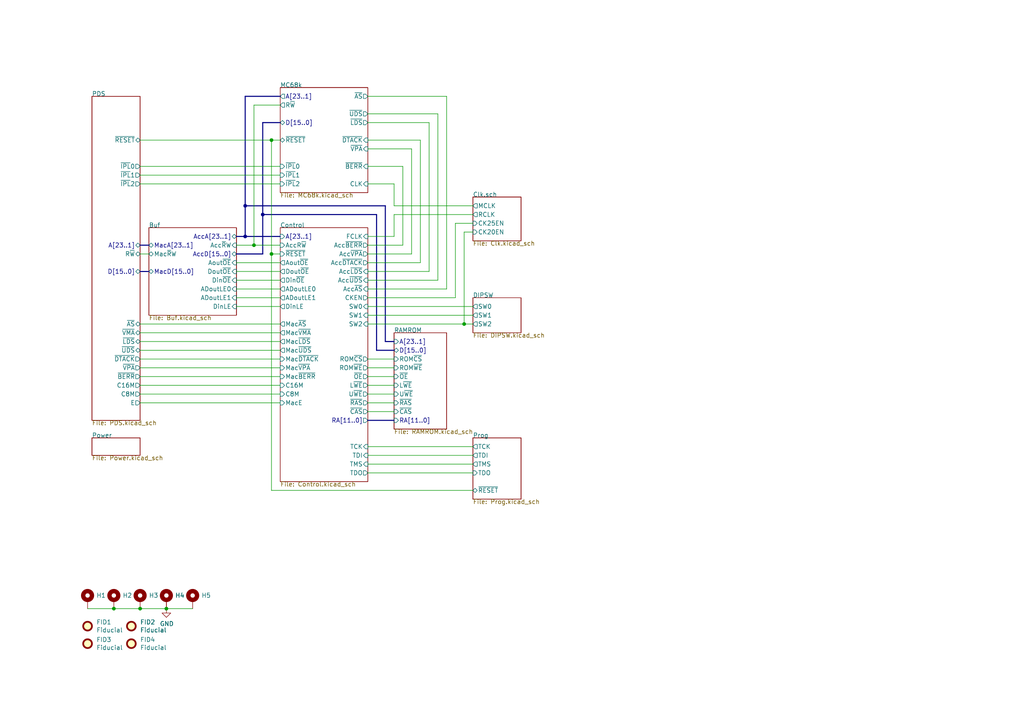
<source format=kicad_sch>
(kicad_sch (version 20211123) (generator eeschema)
  (paper "A4")
  (lib_symbols
    (symbol "Mechanical:Fiducial"
      (property "Reference" "FID" (at 0 5.08 0))
      (property "Value" "Fiducial" (at 0 3.175 0))
      (symbol "Fiducial_0_1"
        (circle (center 0 0) (radius 1.27) (stroke (width 0.508)) (fill (type background)))
      )
    )
    (symbol "Mechanical:MountingHole_Pad" (pin_numbers hide) (pin_names (offset 1.016) hide)
      (property "Reference" "H" (at 0 6.35 0))
      (property "Value" "MountingHole_Pad" (at 0 4.445 0))
      (symbol "MountingHole_Pad_0_1"
        (circle (center 0 1.27) (radius 1.27) (stroke (width 1.27)))
      )
      (symbol "MountingHole_Pad_1_1"
        (pin input line (at 0 -2.54 90) (length 2.54) (name "1") (number "1"))
      )
    )
    (symbol "power:GND" (power) (pin_names (offset 0))
      (property "Value" "GND" (at 0 -3.81 0))
      (symbol "GND_0_1"
        (polyline (pts (xy 0 0) (xy 0 -1.27) (xy 1.27 -1.27) (xy 0 -2.54) (xy -1.27 -1.27) (xy 0 -1.27)))
      )
      (symbol "GND_1_1"
        (pin power_in line (at 0 0 270) (length 0) hide (name "GND") (number "1"))
      )
    )
  )
  (junction (at 73.66 71.12))
  (junction (at 78.74 73.66))
  (junction (at 33.02 176.53))
  (junction (at 71.12 59.69))
  (junction (at 71.12 68.58))
  (junction (at 40.64 176.53))
  (junction (at 76.2 62.23))
  (junction (at 48.26 176.53))
  (junction (at 78.74 40.64))
  (junction (at 134.62 93.98))
  (bus (pts (xy 71.12 27.94) (xy 71.12 59.69)))
  (wire (pts (xy 68.58 83.82) (xy 81.28 83.82)))
  (wire (pts (xy 129.54 27.94) (xy 129.54 83.82)))
  (bus (pts (xy 109.22 62.23) (xy 76.2 62.23)))
  (wire (pts (xy 106.68 132.08) (xy 137.16 132.08)))
  (bus (pts (xy 71.12 59.69) (xy 71.12 68.58)))
  (wire (pts (xy 106.68 27.94) (xy 129.54 27.94)))
  (wire (pts (xy 106.68 73.66) (xy 119.38 73.66)))
  (bus (pts (xy 109.22 62.23) (xy 109.22 101.6)))
  (wire (pts (xy 78.74 40.64) (xy 81.28 40.64)))
  (wire (pts (xy 106.68 35.56) (xy 124.46 35.56)))
  (wire (pts (xy 73.66 30.48) (xy 81.28 30.48)))
  (wire (pts (xy 68.58 78.74) (xy 81.28 78.74)))
  (wire (pts (xy 48.26 176.53) (xy 40.64 176.53)))
  (wire (pts (xy 127 81.28) (xy 106.68 81.28)))
  (wire (pts (xy 106.68 106.68) (xy 114.3 106.68)))
  (wire (pts (xy 78.74 73.66) (xy 81.28 73.66)))
  (wire (pts (xy 40.64 50.8) (xy 81.28 50.8)))
  (wire (pts (xy 40.64 96.52) (xy 81.28 96.52)))
  (wire (pts (xy 40.64 114.3) (xy 81.28 114.3)))
  (wire (pts (xy 124.46 35.56) (xy 124.46 78.74)))
  (bus (pts (xy 111.76 59.69) (xy 111.76 99.06)))
  (wire (pts (xy 106.68 134.62) (xy 137.16 134.62)))
  (bus (pts (xy 40.64 78.74) (xy 43.18 78.74)))
  (wire (pts (xy 137.16 67.31) (xy 134.62 67.31)))
  (wire (pts (xy 40.64 106.68) (xy 81.28 106.68)))
  (wire (pts (xy 106.68 33.02) (xy 127 33.02)))
  (bus (pts (xy 81.28 35.56) (xy 76.2 35.56)))
  (bus (pts (xy 114.3 101.6) (xy 109.22 101.6)))
  (wire (pts (xy 106.68 119.38) (xy 114.3 119.38)))
  (bus (pts (xy 111.76 99.06) (xy 114.3 99.06)))
  (wire (pts (xy 40.64 116.84) (xy 81.28 116.84)))
  (wire (pts (xy 40.64 109.22) (xy 81.28 109.22)))
  (bus (pts (xy 71.12 68.58) (xy 81.28 68.58)))
  (bus (pts (xy 76.2 73.66) (xy 68.58 73.66)))
  (bus (pts (xy 40.64 71.12) (xy 43.18 71.12)))
  (wire (pts (xy 40.64 104.14) (xy 81.28 104.14)))
  (wire (pts (xy 40.64 53.34) (xy 81.28 53.34)))
  (wire (pts (xy 55.88 176.53) (xy 48.26 176.53)))
  (bus (pts (xy 71.12 59.69) (xy 111.76 59.69)))
  (wire (pts (xy 106.68 111.76) (xy 114.3 111.76)))
  (wire (pts (xy 119.38 43.18) (xy 119.38 73.66)))
  (wire (pts (xy 40.64 48.26) (xy 81.28 48.26)))
  (wire (pts (xy 114.3 62.23) (xy 137.16 62.23)))
  (wire (pts (xy 106.68 88.9) (xy 137.16 88.9)))
  (wire (pts (xy 106.68 116.84) (xy 114.3 116.84)))
  (wire (pts (xy 106.68 43.18) (xy 119.38 43.18)))
  (bus (pts (xy 106.68 121.92) (xy 114.3 121.92)))
  (wire (pts (xy 73.66 30.48) (xy 73.66 71.12)))
  (wire (pts (xy 73.66 71.12) (xy 68.58 71.12)))
  (wire (pts (xy 78.74 73.66) (xy 78.74 142.24)))
  (wire (pts (xy 114.3 53.34) (xy 114.3 59.69)))
  (wire (pts (xy 106.68 68.58) (xy 114.3 68.58)))
  (wire (pts (xy 106.68 137.16) (xy 137.16 137.16)))
  (wire (pts (xy 116.84 71.12) (xy 106.68 71.12)))
  (wire (pts (xy 106.68 86.36) (xy 132.08 86.36)))
  (wire (pts (xy 134.62 67.31) (xy 134.62 93.98)))
  (wire (pts (xy 33.02 176.53) (xy 25.4 176.53)))
  (wire (pts (xy 73.66 71.12) (xy 81.28 71.12)))
  (wire (pts (xy 40.64 93.98) (xy 81.28 93.98)))
  (wire (pts (xy 137.16 91.44) (xy 106.68 91.44)))
  (wire (pts (xy 40.64 176.53) (xy 33.02 176.53)))
  (wire (pts (xy 106.68 109.22) (xy 114.3 109.22)))
  (bus (pts (xy 76.2 62.23) (xy 76.2 73.66)))
  (wire (pts (xy 68.58 86.36) (xy 81.28 86.36)))
  (wire (pts (xy 121.92 40.64) (xy 121.92 76.2)))
  (wire (pts (xy 106.68 129.54) (xy 137.16 129.54)))
  (bus (pts (xy 81.28 27.94) (xy 71.12 27.94)))
  (wire (pts (xy 106.68 48.26) (xy 116.84 48.26)))
  (wire (pts (xy 40.64 40.64) (xy 78.74 40.64)))
  (wire (pts (xy 40.64 111.76) (xy 81.28 111.76)))
  (wire (pts (xy 134.62 93.98) (xy 137.16 93.98)))
  (bus (pts (xy 71.12 68.58) (xy 68.58 68.58)))
  (wire (pts (xy 106.68 114.3) (xy 114.3 114.3)))
  (wire (pts (xy 129.54 83.82) (xy 106.68 83.82)))
  (wire (pts (xy 114.3 62.23) (xy 114.3 68.58)))
  (wire (pts (xy 106.68 104.14) (xy 114.3 104.14)))
  (wire (pts (xy 124.46 78.74) (xy 106.68 78.74)))
  (wire (pts (xy 116.84 48.26) (xy 116.84 71.12)))
  (wire (pts (xy 40.64 99.06) (xy 81.28 99.06)))
  (wire (pts (xy 68.58 88.9) (xy 81.28 88.9)))
  (wire (pts (xy 40.64 73.66) (xy 43.18 73.66)))
  (wire (pts (xy 78.74 142.24) (xy 137.16 142.24)))
  (wire (pts (xy 132.08 64.77) (xy 137.16 64.77)))
  (wire (pts (xy 68.58 76.2) (xy 81.28 76.2)))
  (wire (pts (xy 78.74 40.64) (xy 78.74 73.66)))
  (wire (pts (xy 106.68 40.64) (xy 121.92 40.64)))
  (wire (pts (xy 132.08 86.36) (xy 132.08 64.77)))
  (bus (pts (xy 76.2 35.56) (xy 76.2 62.23)))
  (wire (pts (xy 127 33.02) (xy 127 81.28)))
  (wire (pts (xy 114.3 59.69) (xy 137.16 59.69)))
  (wire (pts (xy 40.64 101.6) (xy 81.28 101.6)))
  (wire (pts (xy 68.58 81.28) (xy 81.28 81.28)))
  (wire (pts (xy 114.3 53.34) (xy 106.68 53.34)))
  (wire (pts (xy 106.68 93.98) (xy 134.62 93.98)))
  (wire (pts (xy 121.92 76.2) (xy 106.68 76.2)))
  (symbol (lib_id "power:GND") (at 48.26 176.53 0) (unit 1)
    (property "Reference" "#PWR0132" (effects hide))
    (property "Value" "GND" (at 48.387 180.9242 0))
  )
  (symbol (lib_id "Mechanical:MountingHole_Pad") (at 55.88 173.99 0) (unit 1)
    (property "Reference" "H5" (at 58.42 172.6946 0) (effects (justify left)))
    (property "Value" " " (at 58.42 175.006 0) (effects (justify left)))
    (property "Footprint" "stdpads:PasteHole_1.1mm_PTH" (effects hide))
  )
  (symbol (lib_id "Mechanical:Fiducial") (at 25.4 181.61 0) (unit 1)
    (property "Reference" "FID1" (at 27.94 180.4416 0) (effects (justify left)))
    (property "Value" "Fiducial" (at 27.94 182.753 0) (effects (justify left)))
    (property "Footprint" "stdpads:Fiducial" (effects hide))
  )
  (symbol (lib_id "Mechanical:Fiducial") (at 38.1 181.61 0) (unit 1)
    (property "Reference" "FID2" (at 40.64 180.4416 0) (effects (justify left)))
    (property "Value" "Fiducial" (at 40.64 182.753 0) (effects (justify left)))
    (property "Footprint" "stdpads:Fiducial" (effects hide))
  )
  (symbol (lib_id "Mechanical:Fiducial") (at 25.4 186.69 0) (unit 1)
    (property "Reference" "FID3" (at 27.94 185.5216 0) (effects (justify left)))
    (property "Value" "Fiducial" (at 27.94 187.833 0) (effects (justify left)))
    (property "Footprint" "stdpads:Fiducial" (effects hide))
  )
  (symbol (lib_id "Mechanical:Fiducial") (at 38.1 186.69 0) (unit 1)
    (property "Reference" "FID4" (at 40.64 185.5216 0) (effects (justify left)))
    (property "Value" "Fiducial" (at 40.64 187.833 0) (effects (justify left)))
    (property "Footprint" "stdpads:Fiducial" (effects hide))
  )
  (symbol (lib_id "Mechanical:MountingHole_Pad") (at 25.4 173.99 0) (unit 1)
    (property "Reference" "H1" (at 27.94 172.6946 0) (effects (justify left)))
    (property "Value" " " (at 27.94 175.006 0) (effects (justify left)))
    (property "Footprint" "stdpads:PasteHole_1.1mm_PTH" (effects hide))
  )
  (symbol (lib_id "Mechanical:MountingHole_Pad") (at 33.02 173.99 0) (unit 1)
    (property "Reference" "H2" (at 35.56 172.6946 0) (effects (justify left)))
    (property "Value" " " (at 35.56 175.006 0) (effects (justify left)))
    (property "Footprint" "stdpads:PasteHole_1.1mm_PTH" (effects hide))
  )
  (symbol (lib_id "Mechanical:MountingHole_Pad") (at 40.64 173.99 0) (unit 1)
    (property "Reference" "H3" (at 43.18 172.6946 0) (effects (justify left)))
    (property "Value" " " (at 43.18 175.006 0) (effects (justify left)))
    (property "Footprint" "stdpads:PasteHole_1.1mm_PTH" (effects hide))
  )
  (symbol (lib_id "Mechanical:MountingHole_Pad") (at 48.26 173.99 0) (unit 1)
    (property "Reference" "H4" (at 50.8 172.6946 0) (effects (justify left)))
    (property "Value" " " (at 50.8 175.006 0) (effects (justify left)))
    (property "Footprint" "stdpads:PasteHole_1.1mm_PTH" (effects hide))
  )
  (sheet (at 26.67 27.94) (size 13.97 93.98)
    (property "Sheet name" "PDS" (at 26.67 27.94 0) (effects (justify left bottom)))
    (property "Sheet file" "PDS.kicad_sch" (at 26.67 121.92 0) (effects (justify left top)))
    (pin "A[23..1]" bidirectional (at 40.64 71.12 0))
    (pin "D[15..0]" bidirectional (at 40.64 78.74 0))
    (pin "~{AS}" bidirectional (at 40.64 93.98 0))
    (pin "~{LDS}" bidirectional (at 40.64 99.06 0))
    (pin "~{UDS}" bidirectional (at 40.64 101.6 0))
    (pin "R~{W}" bidirectional (at 40.64 73.66 0))
    (pin "~{VMA}" bidirectional (at 40.64 96.52 0))
    (pin "~{VPA}" output (at 40.64 106.68 0))
    (pin "~{DTACK}" output (at 40.64 104.14 0))
    (pin "~{RESET}" bidirectional (at 40.64 40.64 0))
    (pin "~{IPL}0" output (at 40.64 48.26 0))
    (pin "~{IPL}1" output (at 40.64 50.8 0))
    (pin "~{IPL}2" output (at 40.64 53.34 0))
    (pin "~{BERR}" output (at 40.64 109.22 0))
    (pin "E" output (at 40.64 116.84 0))
    (pin "C8M" output (at 40.64 114.3 0))
    (pin "C16M" output (at 40.64 111.76 0))
  )
  (sheet (at 81.28 66.04) (size 25.4 73.66)
    (property "Sheet name" "Control" (at 81.28 66.04 0) (effects (justify left bottom)))
    (property "Sheet file" "Control.kicad_sch" (at 81.28 139.7 0) (effects (justify left top)))
    (pin "~{RESET}" input (at 81.28 73.66 180))
    (pin "FCLK" input (at 106.68 68.58 0))
    (pin "Mac~{AS}" output (at 81.28 93.98 180))
    (pin "Mac~{VMA}" output (at 81.28 96.52 180))
    (pin "Mac~{DTACK}" input (at 81.28 104.14 180))
    (pin "Mac~{VPA}" input (at 81.28 106.68 180))
    (pin "Mac~{BERR}" input (at 81.28 109.22 180))
    (pin "MacE" input (at 81.28 116.84 180))
    (pin "C8M" input (at 81.28 114.3 180))
    (pin "C16M" input (at 81.28 111.76 180))
    (pin "Acc~{DTACK}" output (at 106.68 76.2 0))
    (pin "Acc~{BERR}" output (at 106.68 71.12 0))
    (pin "Acc~{UDS}" input (at 106.68 81.28 0))
    (pin "Acc~{LDS}" input (at 106.68 78.74 0))
    (pin "Acc~{AS}" input (at 106.68 83.82 0))
    (pin "~{OE}" output (at 106.68 109.22 0))
    (pin "Mac~{UDS}" output (at 81.28 101.6 180))
    (pin "Mac~{LDS}" output (at 81.28 99.06 180))
    (pin "Acc~{VPA}" output (at 106.68 73.66 0))
    (pin "AccR~{W}" input (at 81.28 71.12 180))
    (pin "L~{WE}" output (at 106.68 111.76 0))
    (pin "U~{WE}" output (at 106.68 114.3 0))
    (pin "~{RAS}" output (at 106.68 116.84 0))
    (pin "~{CAS}" output (at 106.68 119.38 0))
    (pin "ROM~{CS}" output (at 106.68 104.14 0))
    (pin "DinLE" output (at 81.28 88.9 180))
    (pin "Dout~{OE}" output (at 81.28 78.74 180))
    (pin "Aout~{OE}" output (at 81.28 76.2 180))
    (pin "Din~{OE}" output (at 81.28 81.28 180))
    (pin "RA[11..0]" output (at 106.68 121.92 0))
    (pin "A[23..1]" input (at 81.28 68.58 180))
    (pin "ADoutLE0" output (at 81.28 83.82 180))
    (pin "ADoutLE1" output (at 81.28 86.36 180))
    (pin "ROM~{WE}" output (at 106.68 106.68 0))
    (pin "SW0" input (at 106.68 88.9 0))
    (pin "SW1" input (at 106.68 91.44 0))
    (pin "CKEN" output (at 106.68 86.36 0))
    (pin "TDI" input (at 106.68 132.08 0))
    (pin "TMS" input (at 106.68 134.62 0))
    (pin "TCK" input (at 106.68 129.54 0))
    (pin "TDO" output (at 106.68 137.16 0))
    (pin "SW2" input (at 106.68 93.98 0))
  )
  (sheet (at 114.3 96.52) (size 15.24 27.94)
    (property "Sheet name" "RAMROM" (at 114.3 96.52 0) (effects (justify left bottom)))
    (property "Sheet file" "RAMROM.kicad_sch" (at 114.3 124.46 0) (effects (justify left top)))
    (pin "~{RAS}" input (at 114.3 116.84 180))
    (pin "D[15..0]" bidirectional (at 114.3 101.6 180))
    (pin "~{CAS}" input (at 114.3 119.38 180))
    (pin "~{OE}" input (at 114.3 109.22 180))
    (pin "RA[11..0]" input (at 114.3 121.92 180))
    (pin "L~{WE}" input (at 114.3 111.76 180))
    (pin "U~{WE}" input (at 114.3 114.3 180))
    (pin "ROM~{CS}" input (at 114.3 104.14 180))
    (pin "A[23..1]" input (at 114.3 99.06 180))
    (pin "ROM~{WE}" input (at 114.3 106.68 180))
  )
  (sheet (at 81.28 25.4) (size 25.4 30.48)
    (property "Sheet name" "MC68k" (at 81.28 25.4 0) (effects (justify left bottom)))
    (property "Sheet file" "MC68k.kicad_sch" (at 81.28 55.88 0) (effects (justify left top)))
    (pin "A[23..1]" output (at 81.28 27.94 180))
    (pin "D[15..0]" bidirectional (at 81.28 35.56 180))
    (pin "~{AS}" output (at 106.68 27.94 0))
    (pin "R~{W}" output (at 81.28 30.48 180))
    (pin "~{LDS}" output (at 106.68 35.56 0))
    (pin "~{UDS}" output (at 106.68 33.02 0))
    (pin "~{DTACK}" input (at 106.68 40.64 0))
    (pin "~{VPA}" input (at 106.68 43.18 0))
    (pin "~{RESET}" bidirectional (at 81.28 40.64 180))
    (pin "~{BERR}" input (at 106.68 48.26 0))
    (pin "~{IPL}0" input (at 81.28 48.26 180))
    (pin "~{IPL}1" input (at 81.28 50.8 180))
    (pin "~{IPL}2" input (at 81.28 53.34 180))
    (pin "CLK" input (at 106.68 53.34 0))
  )
  (sheet (at 43.18 66.04) (size 25.4 25.4)
    (property "Sheet name" "Buf" (at 43.18 66.04 0) (effects (justify left bottom)))
    (property "Sheet file" "Buf.kicad_sch" (at 43.18 91.44 0) (effects (justify left top)))
    (pin "AccA[23..1]" bidirectional (at 68.58 68.58 0))
    (pin "MacA[23..1]" bidirectional (at 43.18 71.12 180))
    (pin "AccD[15..0]" bidirectional (at 68.58 73.66 0))
    (pin "MacD[15..0]" bidirectional (at 43.18 78.74 180))
    (pin "Dout~{OE}" input (at 68.58 78.74 0))
    (pin "Din~{OE}" input (at 68.58 81.28 0))
    (pin "DinLE" input (at 68.58 88.9 0))
    (pin "Aout~{OE}" input (at 68.58 76.2 0))
    (pin "Mac~{R}W" tri_state (at 43.18 73.66 180))
    (pin "Acc~{R}W" input (at 68.58 71.12 0))
    (pin "ADoutLE0" input (at 68.58 83.82 0))
    (pin "ADoutLE1" input (at 68.58 86.36 0))
  )
  (sheet (at 137.16 57.15) (size 13.97 12.7)
    (property "Sheet name" "Clk.sch" (at 137.16 57.15 0) (effects (justify left bottom)))
    (property "Sheet file" "Clk.kicad_sch" (at 137.16 69.85 0) (effects (justify left top)))
    (pin "MCLK" output (at 137.16 59.69 180))
    (pin "RCLK" output (at 137.16 62.23 180))
    (pin "CK20EN" input (at 137.16 67.31 180))
    (pin "CK25EN" input (at 137.16 64.77 180))
  )
  (sheet (at 137.16 86.36) (size 13.97 10.16)
    (property "Sheet name" "DIPSW" (at 137.16 86.36 0) (effects (justify left bottom)))
    (property "Sheet file" "DIPSW.kicad_sch" (at 137.16 96.52 0) (effects (justify left top)))
    (pin "SW0" output (at 137.16 88.9 180))
    (pin "SW1" output (at 137.16 91.44 180))
    (pin "SW2" output (at 137.16 93.98 180))
  )
  (sheet (at 137.16 127) (size 13.97 17.78)
    (property "Sheet name" "Prog" (at 137.16 127 0) (effects (justify left bottom)))
    (property "Sheet file" "Prog.kicad_sch" (at 137.16 144.78 0) (effects (justify left top)))
    (pin "TCK" output (at 137.16 129.54 180))
    (pin "TDI" output (at 137.16 132.08 180))
    (pin "TMS" output (at 137.16 134.62 180))
    (pin "TDO" input (at 137.16 137.16 180))
    (pin "~{RESET}" tri_state (at 137.16 142.24 180))
  )
  (sheet (at 26.67 127) (size 13.97 5.08)
    (property "Sheet name" "Power" (at 26.67 127 0) (effects (justify left bottom)))
    (property "Sheet file" "Power.kicad_sch" (at 26.67 132.08 0) (effects (justify left top)))
  )
)
</source>
